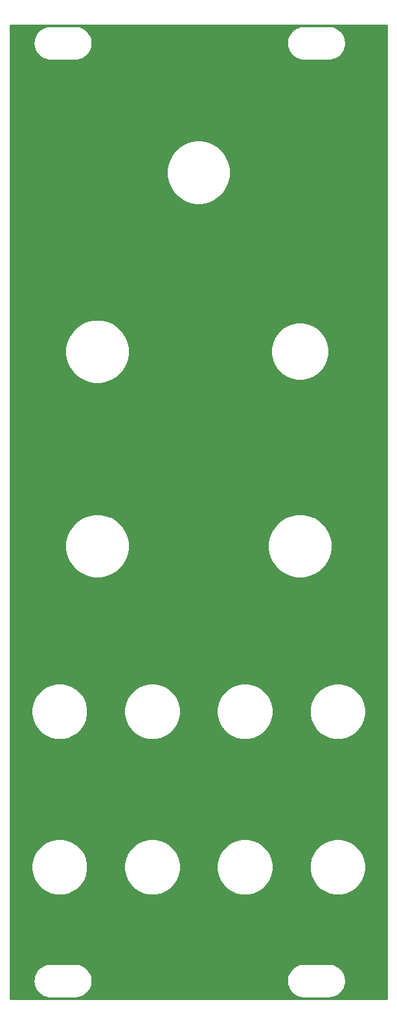
<source format=gbr>
G04 #@! TF.GenerationSoftware,KiCad,Pcbnew,(5.1.4-0-10_14)*
G04 #@! TF.CreationDate,2020-11-15T21:12:07-06:00*
G04 #@! TF.ProjectId,CEM3340_PANEL,43454d33-3334-4305-9f50-414e454c2e6b,rev?*
G04 #@! TF.SameCoordinates,Original*
G04 #@! TF.FileFunction,Copper,L2,Bot*
G04 #@! TF.FilePolarity,Positive*
%FSLAX46Y46*%
G04 Gerber Fmt 4.6, Leading zero omitted, Abs format (unit mm)*
G04 Created by KiCad (PCBNEW (5.1.4-0-10_14)) date 2020-11-15 21:12:07*
%MOMM*%
%LPD*%
G04 APERTURE LIST*
%ADD10C,0.254000*%
G04 APERTURE END LIST*
D10*
G36*
X104640001Y-156270000D02*
G01*
X55460000Y-156270000D01*
X55460000Y-153881353D01*
X58442755Y-153881353D01*
X58443173Y-153941171D01*
X58442755Y-154000988D01*
X58443655Y-154010160D01*
X58476296Y-154320715D01*
X58488320Y-154379291D01*
X58499532Y-154438070D01*
X58502196Y-154446892D01*
X58594535Y-154745192D01*
X58617715Y-154800335D01*
X58640124Y-154855800D01*
X58644451Y-154863937D01*
X58792972Y-155138621D01*
X58826417Y-155188205D01*
X58859177Y-155238268D01*
X58865001Y-155245409D01*
X59064047Y-155486013D01*
X59106482Y-155528154D01*
X59148346Y-155570903D01*
X59155446Y-155576777D01*
X59397435Y-155774138D01*
X59447259Y-155807241D01*
X59496615Y-155841036D01*
X59504721Y-155845419D01*
X59780435Y-155992019D01*
X59835704Y-156014799D01*
X59890724Y-156038381D01*
X59899527Y-156041105D01*
X60198465Y-156131359D01*
X60257138Y-156142976D01*
X60315655Y-156155415D01*
X60324820Y-156156378D01*
X60635594Y-156186850D01*
X60635598Y-156186850D01*
X60667581Y-156190000D01*
X63932419Y-156190000D01*
X63965986Y-156186694D01*
X63986744Y-156186694D01*
X63995909Y-156185731D01*
X64306228Y-156150923D01*
X64364731Y-156138487D01*
X64423419Y-156126867D01*
X64432222Y-156124142D01*
X64729870Y-156029723D01*
X64784792Y-156006183D01*
X64840159Y-155983363D01*
X64848265Y-155978979D01*
X65121904Y-155828544D01*
X65171217Y-155794779D01*
X65221088Y-155761645D01*
X65228188Y-155755770D01*
X65467397Y-155555049D01*
X65509241Y-155512320D01*
X65551694Y-155470162D01*
X65557519Y-155463020D01*
X65753185Y-155219660D01*
X65785938Y-155169608D01*
X65819391Y-155120013D01*
X65823714Y-155111881D01*
X65823717Y-155111877D01*
X65823719Y-155111873D01*
X65968388Y-154835146D01*
X65990785Y-154779711D01*
X66013978Y-154724539D01*
X66016641Y-154715717D01*
X66104807Y-154416156D01*
X66116007Y-154357440D01*
X66128045Y-154298798D01*
X66128944Y-154289627D01*
X66157245Y-153978647D01*
X66156827Y-153918829D01*
X66157088Y-153881353D01*
X91582755Y-153881353D01*
X91583173Y-153941171D01*
X91582755Y-154000988D01*
X91583655Y-154010160D01*
X91616296Y-154320715D01*
X91628320Y-154379291D01*
X91639532Y-154438070D01*
X91642196Y-154446892D01*
X91734535Y-154745192D01*
X91757715Y-154800335D01*
X91780124Y-154855800D01*
X91784451Y-154863937D01*
X91932972Y-155138621D01*
X91966417Y-155188205D01*
X91999177Y-155238268D01*
X92005001Y-155245409D01*
X92204047Y-155486013D01*
X92246482Y-155528154D01*
X92288346Y-155570903D01*
X92295446Y-155576777D01*
X92537435Y-155774138D01*
X92587259Y-155807241D01*
X92636615Y-155841036D01*
X92644721Y-155845419D01*
X92920435Y-155992019D01*
X92975704Y-156014799D01*
X93030724Y-156038381D01*
X93039527Y-156041105D01*
X93338465Y-156131359D01*
X93397138Y-156142976D01*
X93455655Y-156155415D01*
X93464820Y-156156378D01*
X93775594Y-156186850D01*
X93775598Y-156186850D01*
X93807581Y-156190000D01*
X97072419Y-156190000D01*
X97105986Y-156186694D01*
X97126744Y-156186694D01*
X97135909Y-156185731D01*
X97446228Y-156150923D01*
X97504731Y-156138487D01*
X97563419Y-156126867D01*
X97572222Y-156124142D01*
X97869870Y-156029723D01*
X97924792Y-156006183D01*
X97980159Y-155983363D01*
X97988265Y-155978979D01*
X98261904Y-155828544D01*
X98311217Y-155794779D01*
X98361088Y-155761645D01*
X98368188Y-155755770D01*
X98607397Y-155555049D01*
X98649241Y-155512320D01*
X98691694Y-155470162D01*
X98697519Y-155463020D01*
X98893185Y-155219660D01*
X98925938Y-155169608D01*
X98959391Y-155120013D01*
X98963714Y-155111881D01*
X98963717Y-155111877D01*
X98963719Y-155111873D01*
X99108388Y-154835146D01*
X99130785Y-154779711D01*
X99153978Y-154724539D01*
X99156641Y-154715717D01*
X99244807Y-154416156D01*
X99256007Y-154357440D01*
X99268045Y-154298798D01*
X99268944Y-154289627D01*
X99297245Y-153978647D01*
X99296827Y-153918829D01*
X99297245Y-153859012D01*
X99296345Y-153849841D01*
X99263704Y-153539285D01*
X99251680Y-153480709D01*
X99240468Y-153421930D01*
X99237804Y-153413108D01*
X99145465Y-153114808D01*
X99122280Y-153059653D01*
X99099876Y-153004200D01*
X99095549Y-152996064D01*
X99095549Y-152996063D01*
X99095546Y-152996059D01*
X98947028Y-152721379D01*
X98913583Y-152671795D01*
X98880823Y-152621732D01*
X98874999Y-152614591D01*
X98675954Y-152373987D01*
X98633535Y-152331863D01*
X98591655Y-152289097D01*
X98584554Y-152283223D01*
X98342565Y-152085862D01*
X98292741Y-152052759D01*
X98243385Y-152018964D01*
X98235279Y-152014581D01*
X97959566Y-151867981D01*
X97904269Y-151845189D01*
X97849275Y-151821619D01*
X97840472Y-151818895D01*
X97541535Y-151728641D01*
X97482862Y-151717024D01*
X97424345Y-151704585D01*
X97415180Y-151703622D01*
X97104405Y-151673150D01*
X97104402Y-151673150D01*
X97072419Y-151670000D01*
X93807581Y-151670000D01*
X93774014Y-151673306D01*
X93753256Y-151673306D01*
X93744091Y-151674269D01*
X93433771Y-151709077D01*
X93375298Y-151721506D01*
X93316581Y-151733132D01*
X93307778Y-151735858D01*
X93010130Y-151830277D01*
X92955147Y-151853843D01*
X92899841Y-151876638D01*
X92891735Y-151881021D01*
X92618095Y-152031456D01*
X92568748Y-152065245D01*
X92518913Y-152098355D01*
X92511812Y-152104229D01*
X92272603Y-152304951D01*
X92230759Y-152347681D01*
X92188305Y-152389839D01*
X92182481Y-152396980D01*
X91986814Y-152640340D01*
X91954055Y-152690400D01*
X91920609Y-152739986D01*
X91916283Y-152748123D01*
X91771612Y-153024854D01*
X91749215Y-153080289D01*
X91726022Y-153135461D01*
X91723359Y-153144283D01*
X91635193Y-153443844D01*
X91623993Y-153502560D01*
X91611955Y-153561202D01*
X91611056Y-153570373D01*
X91582755Y-153881353D01*
X66157088Y-153881353D01*
X66157245Y-153859012D01*
X66156345Y-153849841D01*
X66123704Y-153539285D01*
X66111680Y-153480709D01*
X66100468Y-153421930D01*
X66097804Y-153413108D01*
X66005465Y-153114808D01*
X65982280Y-153059653D01*
X65959876Y-153004200D01*
X65955549Y-152996064D01*
X65955549Y-152996063D01*
X65955546Y-152996059D01*
X65807028Y-152721379D01*
X65773583Y-152671795D01*
X65740823Y-152621732D01*
X65734999Y-152614591D01*
X65535954Y-152373987D01*
X65493535Y-152331863D01*
X65451655Y-152289097D01*
X65444554Y-152283223D01*
X65202565Y-152085862D01*
X65152741Y-152052759D01*
X65103385Y-152018964D01*
X65095279Y-152014581D01*
X64819566Y-151867981D01*
X64764269Y-151845189D01*
X64709275Y-151821619D01*
X64700472Y-151818895D01*
X64401535Y-151728641D01*
X64342862Y-151717024D01*
X64284345Y-151704585D01*
X64275180Y-151703622D01*
X63964405Y-151673150D01*
X63964402Y-151673150D01*
X63932419Y-151670000D01*
X60667581Y-151670000D01*
X60634014Y-151673306D01*
X60613256Y-151673306D01*
X60604091Y-151674269D01*
X60293771Y-151709077D01*
X60235298Y-151721506D01*
X60176581Y-151733132D01*
X60167778Y-151735858D01*
X59870130Y-151830277D01*
X59815147Y-151853843D01*
X59759841Y-151876638D01*
X59751735Y-151881021D01*
X59478095Y-152031456D01*
X59428748Y-152065245D01*
X59378913Y-152098355D01*
X59371812Y-152104229D01*
X59132603Y-152304951D01*
X59090759Y-152347681D01*
X59048305Y-152389839D01*
X59042481Y-152396980D01*
X58846814Y-152640340D01*
X58814055Y-152690400D01*
X58780609Y-152739986D01*
X58776283Y-152748123D01*
X58631612Y-153024854D01*
X58609215Y-153080289D01*
X58586022Y-153135461D01*
X58583359Y-153144283D01*
X58495193Y-153443844D01*
X58483993Y-153502560D01*
X58471955Y-153561202D01*
X58471056Y-153570373D01*
X58442755Y-153881353D01*
X55460000Y-153881353D01*
X55460000Y-138695866D01*
X58172889Y-138695866D01*
X58172889Y-139424134D01*
X58314967Y-140138408D01*
X58593663Y-140811239D01*
X58998266Y-141416771D01*
X59513229Y-141931734D01*
X60118761Y-142336337D01*
X60791592Y-142615033D01*
X61505866Y-142757111D01*
X62234134Y-142757111D01*
X62948408Y-142615033D01*
X63621239Y-142336337D01*
X64226771Y-141931734D01*
X64741734Y-141416771D01*
X65146337Y-140811239D01*
X65425033Y-140138408D01*
X65567111Y-139424134D01*
X65567111Y-138695866D01*
X70292889Y-138695866D01*
X70292889Y-139424134D01*
X70434967Y-140138408D01*
X70713663Y-140811239D01*
X71118266Y-141416771D01*
X71633229Y-141931734D01*
X72238761Y-142336337D01*
X72911592Y-142615033D01*
X73625866Y-142757111D01*
X74354134Y-142757111D01*
X75068408Y-142615033D01*
X75741239Y-142336337D01*
X76346771Y-141931734D01*
X76861734Y-141416771D01*
X77266337Y-140811239D01*
X77545033Y-140138408D01*
X77687111Y-139424134D01*
X77687111Y-138695866D01*
X82412889Y-138695866D01*
X82412889Y-139424134D01*
X82554967Y-140138408D01*
X82833663Y-140811239D01*
X83238266Y-141416771D01*
X83753229Y-141931734D01*
X84358761Y-142336337D01*
X85031592Y-142615033D01*
X85745866Y-142757111D01*
X86474134Y-142757111D01*
X87188408Y-142615033D01*
X87861239Y-142336337D01*
X88466771Y-141931734D01*
X88981734Y-141416771D01*
X89386337Y-140811239D01*
X89665033Y-140138408D01*
X89807111Y-139424134D01*
X89807111Y-138695866D01*
X94532889Y-138695866D01*
X94532889Y-139424134D01*
X94674967Y-140138408D01*
X94953663Y-140811239D01*
X95358266Y-141416771D01*
X95873229Y-141931734D01*
X96478761Y-142336337D01*
X97151592Y-142615033D01*
X97865866Y-142757111D01*
X98594134Y-142757111D01*
X99308408Y-142615033D01*
X99981239Y-142336337D01*
X100586771Y-141931734D01*
X101101734Y-141416771D01*
X101506337Y-140811239D01*
X101785033Y-140138408D01*
X101927111Y-139424134D01*
X101927111Y-138695866D01*
X101785033Y-137981592D01*
X101506337Y-137308761D01*
X101101734Y-136703229D01*
X100586771Y-136188266D01*
X99981239Y-135783663D01*
X99308408Y-135504967D01*
X98594134Y-135362889D01*
X97865866Y-135362889D01*
X97151592Y-135504967D01*
X96478761Y-135783663D01*
X95873229Y-136188266D01*
X95358266Y-136703229D01*
X94953663Y-137308761D01*
X94674967Y-137981592D01*
X94532889Y-138695866D01*
X89807111Y-138695866D01*
X89665033Y-137981592D01*
X89386337Y-137308761D01*
X88981734Y-136703229D01*
X88466771Y-136188266D01*
X87861239Y-135783663D01*
X87188408Y-135504967D01*
X86474134Y-135362889D01*
X85745866Y-135362889D01*
X85031592Y-135504967D01*
X84358761Y-135783663D01*
X83753229Y-136188266D01*
X83238266Y-136703229D01*
X82833663Y-137308761D01*
X82554967Y-137981592D01*
X82412889Y-138695866D01*
X77687111Y-138695866D01*
X77545033Y-137981592D01*
X77266337Y-137308761D01*
X76861734Y-136703229D01*
X76346771Y-136188266D01*
X75741239Y-135783663D01*
X75068408Y-135504967D01*
X74354134Y-135362889D01*
X73625866Y-135362889D01*
X72911592Y-135504967D01*
X72238761Y-135783663D01*
X71633229Y-136188266D01*
X71118266Y-136703229D01*
X70713663Y-137308761D01*
X70434967Y-137981592D01*
X70292889Y-138695866D01*
X65567111Y-138695866D01*
X65425033Y-137981592D01*
X65146337Y-137308761D01*
X64741734Y-136703229D01*
X64226771Y-136188266D01*
X63621239Y-135783663D01*
X62948408Y-135504967D01*
X62234134Y-135362889D01*
X61505866Y-135362889D01*
X60791592Y-135504967D01*
X60118761Y-135783663D01*
X59513229Y-136188266D01*
X58998266Y-136703229D01*
X58593663Y-137308761D01*
X58314967Y-137981592D01*
X58172889Y-138695866D01*
X55460000Y-138695866D01*
X55460000Y-118375866D01*
X58172889Y-118375866D01*
X58172889Y-119104134D01*
X58314967Y-119818408D01*
X58593663Y-120491239D01*
X58998266Y-121096771D01*
X59513229Y-121611734D01*
X60118761Y-122016337D01*
X60791592Y-122295033D01*
X61505866Y-122437111D01*
X62234134Y-122437111D01*
X62948408Y-122295033D01*
X63621239Y-122016337D01*
X64226771Y-121611734D01*
X64741734Y-121096771D01*
X65146337Y-120491239D01*
X65425033Y-119818408D01*
X65567111Y-119104134D01*
X65567111Y-118375866D01*
X70292889Y-118375866D01*
X70292889Y-119104134D01*
X70434967Y-119818408D01*
X70713663Y-120491239D01*
X71118266Y-121096771D01*
X71633229Y-121611734D01*
X72238761Y-122016337D01*
X72911592Y-122295033D01*
X73625866Y-122437111D01*
X74354134Y-122437111D01*
X75068408Y-122295033D01*
X75741239Y-122016337D01*
X76346771Y-121611734D01*
X76861734Y-121096771D01*
X77266337Y-120491239D01*
X77545033Y-119818408D01*
X77687111Y-119104134D01*
X77687111Y-118375866D01*
X82412889Y-118375866D01*
X82412889Y-119104134D01*
X82554967Y-119818408D01*
X82833663Y-120491239D01*
X83238266Y-121096771D01*
X83753229Y-121611734D01*
X84358761Y-122016337D01*
X85031592Y-122295033D01*
X85745866Y-122437111D01*
X86474134Y-122437111D01*
X87188408Y-122295033D01*
X87861239Y-122016337D01*
X88466771Y-121611734D01*
X88981734Y-121096771D01*
X89386337Y-120491239D01*
X89665033Y-119818408D01*
X89807111Y-119104134D01*
X89807111Y-118375866D01*
X94532889Y-118375866D01*
X94532889Y-119104134D01*
X94674967Y-119818408D01*
X94953663Y-120491239D01*
X95358266Y-121096771D01*
X95873229Y-121611734D01*
X96478761Y-122016337D01*
X97151592Y-122295033D01*
X97865866Y-122437111D01*
X98594134Y-122437111D01*
X99308408Y-122295033D01*
X99981239Y-122016337D01*
X100586771Y-121611734D01*
X101101734Y-121096771D01*
X101506337Y-120491239D01*
X101785033Y-119818408D01*
X101927111Y-119104134D01*
X101927111Y-118375866D01*
X101785033Y-117661592D01*
X101506337Y-116988761D01*
X101101734Y-116383229D01*
X100586771Y-115868266D01*
X99981239Y-115463663D01*
X99308408Y-115184967D01*
X98594134Y-115042889D01*
X97865866Y-115042889D01*
X97151592Y-115184967D01*
X96478761Y-115463663D01*
X95873229Y-115868266D01*
X95358266Y-116383229D01*
X94953663Y-116988761D01*
X94674967Y-117661592D01*
X94532889Y-118375866D01*
X89807111Y-118375866D01*
X89665033Y-117661592D01*
X89386337Y-116988761D01*
X88981734Y-116383229D01*
X88466771Y-115868266D01*
X87861239Y-115463663D01*
X87188408Y-115184967D01*
X86474134Y-115042889D01*
X85745866Y-115042889D01*
X85031592Y-115184967D01*
X84358761Y-115463663D01*
X83753229Y-115868266D01*
X83238266Y-116383229D01*
X82833663Y-116988761D01*
X82554967Y-117661592D01*
X82412889Y-118375866D01*
X77687111Y-118375866D01*
X77545033Y-117661592D01*
X77266337Y-116988761D01*
X76861734Y-116383229D01*
X76346771Y-115868266D01*
X75741239Y-115463663D01*
X75068408Y-115184967D01*
X74354134Y-115042889D01*
X73625866Y-115042889D01*
X72911592Y-115184967D01*
X72238761Y-115463663D01*
X71633229Y-115868266D01*
X71118266Y-116383229D01*
X70713663Y-116988761D01*
X70434967Y-117661592D01*
X70292889Y-118375866D01*
X65567111Y-118375866D01*
X65425033Y-117661592D01*
X65146337Y-116988761D01*
X64741734Y-116383229D01*
X64226771Y-115868266D01*
X63621239Y-115463663D01*
X62948408Y-115184967D01*
X62234134Y-115042889D01*
X61505866Y-115042889D01*
X60791592Y-115184967D01*
X60118761Y-115463663D01*
X59513229Y-115868266D01*
X58998266Y-116383229D01*
X58593663Y-116988761D01*
X58314967Y-117661592D01*
X58172889Y-118375866D01*
X55460000Y-118375866D01*
X55460000Y-96716858D01*
X62605296Y-96716858D01*
X62605296Y-97543142D01*
X62766496Y-98353550D01*
X63082702Y-99116937D01*
X63541761Y-99803968D01*
X64126032Y-100388239D01*
X64813063Y-100847298D01*
X65576450Y-101163504D01*
X66386858Y-101324704D01*
X67213142Y-101324704D01*
X68023550Y-101163504D01*
X68786937Y-100847298D01*
X69473968Y-100388239D01*
X70058239Y-99803968D01*
X70517298Y-99116937D01*
X70833504Y-98353550D01*
X70994704Y-97543142D01*
X70994704Y-96716858D01*
X89105296Y-96716858D01*
X89105296Y-97543142D01*
X89266496Y-98353550D01*
X89582702Y-99116937D01*
X90041761Y-99803968D01*
X90626032Y-100388239D01*
X91313063Y-100847298D01*
X92076450Y-101163504D01*
X92886858Y-101324704D01*
X93713142Y-101324704D01*
X94523550Y-101163504D01*
X95286937Y-100847298D01*
X95973968Y-100388239D01*
X96558239Y-99803968D01*
X97017298Y-99116937D01*
X97333504Y-98353550D01*
X97494704Y-97543142D01*
X97494704Y-96716858D01*
X97333504Y-95906450D01*
X97017298Y-95143063D01*
X96558239Y-94456032D01*
X95973968Y-93871761D01*
X95286937Y-93412702D01*
X94523550Y-93096496D01*
X93713142Y-92935296D01*
X92886858Y-92935296D01*
X92076450Y-93096496D01*
X91313063Y-93412702D01*
X90626032Y-93871761D01*
X90041761Y-94456032D01*
X89582702Y-95143063D01*
X89266496Y-95906450D01*
X89105296Y-96716858D01*
X70994704Y-96716858D01*
X70833504Y-95906450D01*
X70517298Y-95143063D01*
X70058239Y-94456032D01*
X69473968Y-93871761D01*
X68786937Y-93412702D01*
X68023550Y-93096496D01*
X67213142Y-92935296D01*
X66386858Y-92935296D01*
X65576450Y-93096496D01*
X64813063Y-93412702D01*
X64126032Y-93871761D01*
X63541761Y-94456032D01*
X63082702Y-95143063D01*
X62766496Y-95906450D01*
X62605296Y-96716858D01*
X55460000Y-96716858D01*
X55460000Y-71296858D01*
X62605296Y-71296858D01*
X62605296Y-72123142D01*
X62766496Y-72933550D01*
X63082702Y-73696937D01*
X63541761Y-74383968D01*
X64126032Y-74968239D01*
X64813063Y-75427298D01*
X65576450Y-75743504D01*
X66386858Y-75904704D01*
X67213142Y-75904704D01*
X68023550Y-75743504D01*
X68786937Y-75427298D01*
X69473968Y-74968239D01*
X70058239Y-74383968D01*
X70517298Y-73696937D01*
X70833504Y-72933550D01*
X70994704Y-72123142D01*
X70994704Y-71336065D01*
X89503370Y-71336065D01*
X89503370Y-72083935D01*
X89649273Y-72817436D01*
X89935470Y-73508379D01*
X90350965Y-74130210D01*
X90879790Y-74659035D01*
X91501621Y-75074530D01*
X92192564Y-75360727D01*
X92926065Y-75506630D01*
X93673935Y-75506630D01*
X94407436Y-75360727D01*
X95098379Y-75074530D01*
X95720210Y-74659035D01*
X96249035Y-74130210D01*
X96664530Y-73508379D01*
X96950727Y-72817436D01*
X97096630Y-72083935D01*
X97096630Y-71336065D01*
X96950727Y-70602564D01*
X96664530Y-69911621D01*
X96249035Y-69289790D01*
X95720210Y-68760965D01*
X95098379Y-68345470D01*
X94407436Y-68059273D01*
X93673935Y-67913370D01*
X92926065Y-67913370D01*
X92192564Y-68059273D01*
X91501621Y-68345470D01*
X90879790Y-68760965D01*
X90350965Y-69289790D01*
X89935470Y-69911621D01*
X89649273Y-70602564D01*
X89503370Y-71336065D01*
X70994704Y-71336065D01*
X70994704Y-71296858D01*
X70833504Y-70486450D01*
X70517298Y-69723063D01*
X70058239Y-69036032D01*
X69473968Y-68451761D01*
X68786937Y-67992702D01*
X68023550Y-67676496D01*
X67213142Y-67515296D01*
X66386858Y-67515296D01*
X65576450Y-67676496D01*
X64813063Y-67992702D01*
X64126032Y-68451761D01*
X63541761Y-69036032D01*
X63082702Y-69723063D01*
X62766496Y-70486450D01*
X62605296Y-71296858D01*
X55460000Y-71296858D01*
X55460000Y-47916858D01*
X75855296Y-47916858D01*
X75855296Y-48743142D01*
X76016496Y-49553550D01*
X76332702Y-50316937D01*
X76791761Y-51003968D01*
X77376032Y-51588239D01*
X78063063Y-52047298D01*
X78826450Y-52363504D01*
X79636858Y-52524704D01*
X80463142Y-52524704D01*
X81273550Y-52363504D01*
X82036937Y-52047298D01*
X82723968Y-51588239D01*
X83308239Y-51003968D01*
X83767298Y-50316937D01*
X84083504Y-49553550D01*
X84244704Y-48743142D01*
X84244704Y-47916858D01*
X84083504Y-47106450D01*
X83767298Y-46343063D01*
X83308239Y-45656032D01*
X82723968Y-45071761D01*
X82036937Y-44612702D01*
X81273550Y-44296496D01*
X80463142Y-44135296D01*
X79636858Y-44135296D01*
X78826450Y-44296496D01*
X78063063Y-44612702D01*
X77376032Y-45071761D01*
X76791761Y-45656032D01*
X76332702Y-46343063D01*
X76016496Y-47106450D01*
X75855296Y-47916858D01*
X55460000Y-47916858D01*
X55460000Y-31381353D01*
X58442755Y-31381353D01*
X58443173Y-31441171D01*
X58442755Y-31500988D01*
X58443655Y-31510160D01*
X58476296Y-31820715D01*
X58488320Y-31879291D01*
X58499532Y-31938070D01*
X58502196Y-31946892D01*
X58594535Y-32245192D01*
X58617715Y-32300335D01*
X58640124Y-32355800D01*
X58644451Y-32363937D01*
X58792972Y-32638621D01*
X58826417Y-32688205D01*
X58859177Y-32738268D01*
X58865001Y-32745409D01*
X59064047Y-32986013D01*
X59106482Y-33028154D01*
X59148346Y-33070903D01*
X59155446Y-33076777D01*
X59397435Y-33274138D01*
X59447259Y-33307241D01*
X59496615Y-33341036D01*
X59504721Y-33345419D01*
X59780435Y-33492019D01*
X59835704Y-33514799D01*
X59890724Y-33538381D01*
X59899527Y-33541105D01*
X60198465Y-33631359D01*
X60257138Y-33642976D01*
X60315655Y-33655415D01*
X60324820Y-33656378D01*
X60635594Y-33686850D01*
X60635598Y-33686850D01*
X60667581Y-33690000D01*
X63932419Y-33690000D01*
X63965986Y-33686694D01*
X63986744Y-33686694D01*
X63995909Y-33685731D01*
X64306228Y-33650923D01*
X64364731Y-33638487D01*
X64423419Y-33626867D01*
X64432222Y-33624142D01*
X64729870Y-33529723D01*
X64784792Y-33506183D01*
X64840159Y-33483363D01*
X64848265Y-33478979D01*
X65121904Y-33328544D01*
X65171217Y-33294779D01*
X65221088Y-33261645D01*
X65228188Y-33255770D01*
X65467397Y-33055049D01*
X65509241Y-33012320D01*
X65551694Y-32970162D01*
X65557519Y-32963020D01*
X65753185Y-32719660D01*
X65785938Y-32669608D01*
X65819391Y-32620013D01*
X65823714Y-32611881D01*
X65823717Y-32611877D01*
X65823719Y-32611873D01*
X65968388Y-32335146D01*
X65990785Y-32279711D01*
X66013978Y-32224539D01*
X66016641Y-32215717D01*
X66104807Y-31916156D01*
X66116007Y-31857440D01*
X66128045Y-31798798D01*
X66128944Y-31789627D01*
X66157245Y-31478647D01*
X66156827Y-31418829D01*
X66157088Y-31381353D01*
X91582755Y-31381353D01*
X91583173Y-31441171D01*
X91582755Y-31500988D01*
X91583655Y-31510160D01*
X91616296Y-31820715D01*
X91628320Y-31879291D01*
X91639532Y-31938070D01*
X91642196Y-31946892D01*
X91734535Y-32245192D01*
X91757715Y-32300335D01*
X91780124Y-32355800D01*
X91784451Y-32363937D01*
X91932972Y-32638621D01*
X91966417Y-32688205D01*
X91999177Y-32738268D01*
X92005001Y-32745409D01*
X92204047Y-32986013D01*
X92246482Y-33028154D01*
X92288346Y-33070903D01*
X92295446Y-33076777D01*
X92537435Y-33274138D01*
X92587259Y-33307241D01*
X92636615Y-33341036D01*
X92644721Y-33345419D01*
X92920435Y-33492019D01*
X92975704Y-33514799D01*
X93030724Y-33538381D01*
X93039527Y-33541105D01*
X93338465Y-33631359D01*
X93397138Y-33642976D01*
X93455655Y-33655415D01*
X93464820Y-33656378D01*
X93775594Y-33686850D01*
X93775598Y-33686850D01*
X93807581Y-33690000D01*
X97072419Y-33690000D01*
X97105986Y-33686694D01*
X97126744Y-33686694D01*
X97135909Y-33685731D01*
X97446228Y-33650923D01*
X97504731Y-33638487D01*
X97563419Y-33626867D01*
X97572222Y-33624142D01*
X97869870Y-33529723D01*
X97924792Y-33506183D01*
X97980159Y-33483363D01*
X97988265Y-33478979D01*
X98261904Y-33328544D01*
X98311217Y-33294779D01*
X98361088Y-33261645D01*
X98368188Y-33255770D01*
X98607397Y-33055049D01*
X98649241Y-33012320D01*
X98691694Y-32970162D01*
X98697519Y-32963020D01*
X98893185Y-32719660D01*
X98925938Y-32669608D01*
X98959391Y-32620013D01*
X98963714Y-32611881D01*
X98963717Y-32611877D01*
X98963719Y-32611873D01*
X99108388Y-32335146D01*
X99130785Y-32279711D01*
X99153978Y-32224539D01*
X99156641Y-32215717D01*
X99244807Y-31916156D01*
X99256007Y-31857440D01*
X99268045Y-31798798D01*
X99268944Y-31789627D01*
X99297245Y-31478647D01*
X99296827Y-31418830D01*
X99297245Y-31359012D01*
X99296345Y-31349841D01*
X99263704Y-31039285D01*
X99251680Y-30980709D01*
X99240468Y-30921930D01*
X99237804Y-30913108D01*
X99145465Y-30614808D01*
X99122280Y-30559653D01*
X99099876Y-30504200D01*
X99095549Y-30496064D01*
X99095549Y-30496063D01*
X99095546Y-30496059D01*
X98947028Y-30221379D01*
X98913583Y-30171795D01*
X98880823Y-30121732D01*
X98874999Y-30114591D01*
X98675954Y-29873987D01*
X98633535Y-29831863D01*
X98591655Y-29789097D01*
X98584554Y-29783223D01*
X98342565Y-29585862D01*
X98292741Y-29552759D01*
X98243385Y-29518964D01*
X98235279Y-29514581D01*
X97959566Y-29367981D01*
X97904269Y-29345189D01*
X97849275Y-29321619D01*
X97840472Y-29318895D01*
X97541535Y-29228641D01*
X97482862Y-29217024D01*
X97424345Y-29204585D01*
X97415180Y-29203622D01*
X97104405Y-29173150D01*
X97104402Y-29173150D01*
X97072419Y-29170000D01*
X93807581Y-29170000D01*
X93774014Y-29173306D01*
X93753256Y-29173306D01*
X93744091Y-29174269D01*
X93433771Y-29209077D01*
X93375298Y-29221506D01*
X93316581Y-29233132D01*
X93307778Y-29235858D01*
X93010130Y-29330277D01*
X92955147Y-29353843D01*
X92899841Y-29376638D01*
X92891735Y-29381021D01*
X92618095Y-29531456D01*
X92568748Y-29565245D01*
X92518913Y-29598355D01*
X92511812Y-29604229D01*
X92272603Y-29804951D01*
X92230759Y-29847681D01*
X92188305Y-29889839D01*
X92182481Y-29896980D01*
X91986814Y-30140340D01*
X91954055Y-30190400D01*
X91920609Y-30239986D01*
X91916283Y-30248123D01*
X91771612Y-30524854D01*
X91749215Y-30580289D01*
X91726022Y-30635461D01*
X91723359Y-30644283D01*
X91635193Y-30943844D01*
X91623993Y-31002560D01*
X91611955Y-31061202D01*
X91611056Y-31070373D01*
X91582755Y-31381353D01*
X66157088Y-31381353D01*
X66157245Y-31359012D01*
X66156345Y-31349841D01*
X66123704Y-31039285D01*
X66111680Y-30980709D01*
X66100468Y-30921930D01*
X66097804Y-30913108D01*
X66005465Y-30614808D01*
X65982280Y-30559653D01*
X65959876Y-30504200D01*
X65955549Y-30496064D01*
X65955549Y-30496063D01*
X65955546Y-30496059D01*
X65807028Y-30221379D01*
X65773583Y-30171795D01*
X65740823Y-30121732D01*
X65734999Y-30114591D01*
X65535954Y-29873987D01*
X65493535Y-29831863D01*
X65451655Y-29789097D01*
X65444554Y-29783223D01*
X65202565Y-29585862D01*
X65152741Y-29552759D01*
X65103385Y-29518964D01*
X65095279Y-29514581D01*
X64819566Y-29367981D01*
X64764269Y-29345189D01*
X64709275Y-29321619D01*
X64700472Y-29318895D01*
X64401535Y-29228641D01*
X64342862Y-29217024D01*
X64284345Y-29204585D01*
X64275180Y-29203622D01*
X63964405Y-29173150D01*
X63964402Y-29173150D01*
X63932419Y-29170000D01*
X60667581Y-29170000D01*
X60634014Y-29173306D01*
X60613256Y-29173306D01*
X60604091Y-29174269D01*
X60293771Y-29209077D01*
X60235298Y-29221506D01*
X60176581Y-29233132D01*
X60167778Y-29235858D01*
X59870130Y-29330277D01*
X59815147Y-29353843D01*
X59759841Y-29376638D01*
X59751735Y-29381021D01*
X59478095Y-29531456D01*
X59428748Y-29565245D01*
X59378913Y-29598355D01*
X59371812Y-29604229D01*
X59132603Y-29804951D01*
X59090759Y-29847681D01*
X59048305Y-29889839D01*
X59042481Y-29896980D01*
X58846814Y-30140340D01*
X58814055Y-30190400D01*
X58780609Y-30239986D01*
X58776283Y-30248123D01*
X58631612Y-30524854D01*
X58609215Y-30580289D01*
X58586022Y-30635461D01*
X58583359Y-30644283D01*
X58495193Y-30943844D01*
X58483993Y-31002560D01*
X58471955Y-31061202D01*
X58471056Y-31070373D01*
X58442755Y-31381353D01*
X55460000Y-31381353D01*
X55460000Y-29090000D01*
X104640000Y-29090000D01*
X104640001Y-156270000D01*
X104640001Y-156270000D01*
G37*
X104640001Y-156270000D02*
X55460000Y-156270000D01*
X55460000Y-153881353D01*
X58442755Y-153881353D01*
X58443173Y-153941171D01*
X58442755Y-154000988D01*
X58443655Y-154010160D01*
X58476296Y-154320715D01*
X58488320Y-154379291D01*
X58499532Y-154438070D01*
X58502196Y-154446892D01*
X58594535Y-154745192D01*
X58617715Y-154800335D01*
X58640124Y-154855800D01*
X58644451Y-154863937D01*
X58792972Y-155138621D01*
X58826417Y-155188205D01*
X58859177Y-155238268D01*
X58865001Y-155245409D01*
X59064047Y-155486013D01*
X59106482Y-155528154D01*
X59148346Y-155570903D01*
X59155446Y-155576777D01*
X59397435Y-155774138D01*
X59447259Y-155807241D01*
X59496615Y-155841036D01*
X59504721Y-155845419D01*
X59780435Y-155992019D01*
X59835704Y-156014799D01*
X59890724Y-156038381D01*
X59899527Y-156041105D01*
X60198465Y-156131359D01*
X60257138Y-156142976D01*
X60315655Y-156155415D01*
X60324820Y-156156378D01*
X60635594Y-156186850D01*
X60635598Y-156186850D01*
X60667581Y-156190000D01*
X63932419Y-156190000D01*
X63965986Y-156186694D01*
X63986744Y-156186694D01*
X63995909Y-156185731D01*
X64306228Y-156150923D01*
X64364731Y-156138487D01*
X64423419Y-156126867D01*
X64432222Y-156124142D01*
X64729870Y-156029723D01*
X64784792Y-156006183D01*
X64840159Y-155983363D01*
X64848265Y-155978979D01*
X65121904Y-155828544D01*
X65171217Y-155794779D01*
X65221088Y-155761645D01*
X65228188Y-155755770D01*
X65467397Y-155555049D01*
X65509241Y-155512320D01*
X65551694Y-155470162D01*
X65557519Y-155463020D01*
X65753185Y-155219660D01*
X65785938Y-155169608D01*
X65819391Y-155120013D01*
X65823714Y-155111881D01*
X65823717Y-155111877D01*
X65823719Y-155111873D01*
X65968388Y-154835146D01*
X65990785Y-154779711D01*
X66013978Y-154724539D01*
X66016641Y-154715717D01*
X66104807Y-154416156D01*
X66116007Y-154357440D01*
X66128045Y-154298798D01*
X66128944Y-154289627D01*
X66157245Y-153978647D01*
X66156827Y-153918829D01*
X66157088Y-153881353D01*
X91582755Y-153881353D01*
X91583173Y-153941171D01*
X91582755Y-154000988D01*
X91583655Y-154010160D01*
X91616296Y-154320715D01*
X91628320Y-154379291D01*
X91639532Y-154438070D01*
X91642196Y-154446892D01*
X91734535Y-154745192D01*
X91757715Y-154800335D01*
X91780124Y-154855800D01*
X91784451Y-154863937D01*
X91932972Y-155138621D01*
X91966417Y-155188205D01*
X91999177Y-155238268D01*
X92005001Y-155245409D01*
X92204047Y-155486013D01*
X92246482Y-155528154D01*
X92288346Y-155570903D01*
X92295446Y-155576777D01*
X92537435Y-155774138D01*
X92587259Y-155807241D01*
X92636615Y-155841036D01*
X92644721Y-155845419D01*
X92920435Y-155992019D01*
X92975704Y-156014799D01*
X93030724Y-156038381D01*
X93039527Y-156041105D01*
X93338465Y-156131359D01*
X93397138Y-156142976D01*
X93455655Y-156155415D01*
X93464820Y-156156378D01*
X93775594Y-156186850D01*
X93775598Y-156186850D01*
X93807581Y-156190000D01*
X97072419Y-156190000D01*
X97105986Y-156186694D01*
X97126744Y-156186694D01*
X97135909Y-156185731D01*
X97446228Y-156150923D01*
X97504731Y-156138487D01*
X97563419Y-156126867D01*
X97572222Y-156124142D01*
X97869870Y-156029723D01*
X97924792Y-156006183D01*
X97980159Y-155983363D01*
X97988265Y-155978979D01*
X98261904Y-155828544D01*
X98311217Y-155794779D01*
X98361088Y-155761645D01*
X98368188Y-155755770D01*
X98607397Y-155555049D01*
X98649241Y-155512320D01*
X98691694Y-155470162D01*
X98697519Y-155463020D01*
X98893185Y-155219660D01*
X98925938Y-155169608D01*
X98959391Y-155120013D01*
X98963714Y-155111881D01*
X98963717Y-155111877D01*
X98963719Y-155111873D01*
X99108388Y-154835146D01*
X99130785Y-154779711D01*
X99153978Y-154724539D01*
X99156641Y-154715717D01*
X99244807Y-154416156D01*
X99256007Y-154357440D01*
X99268045Y-154298798D01*
X99268944Y-154289627D01*
X99297245Y-153978647D01*
X99296827Y-153918829D01*
X99297245Y-153859012D01*
X99296345Y-153849841D01*
X99263704Y-153539285D01*
X99251680Y-153480709D01*
X99240468Y-153421930D01*
X99237804Y-153413108D01*
X99145465Y-153114808D01*
X99122280Y-153059653D01*
X99099876Y-153004200D01*
X99095549Y-152996064D01*
X99095549Y-152996063D01*
X99095546Y-152996059D01*
X98947028Y-152721379D01*
X98913583Y-152671795D01*
X98880823Y-152621732D01*
X98874999Y-152614591D01*
X98675954Y-152373987D01*
X98633535Y-152331863D01*
X98591655Y-152289097D01*
X98584554Y-152283223D01*
X98342565Y-152085862D01*
X98292741Y-152052759D01*
X98243385Y-152018964D01*
X98235279Y-152014581D01*
X97959566Y-151867981D01*
X97904269Y-151845189D01*
X97849275Y-151821619D01*
X97840472Y-151818895D01*
X97541535Y-151728641D01*
X97482862Y-151717024D01*
X97424345Y-151704585D01*
X97415180Y-151703622D01*
X97104405Y-151673150D01*
X97104402Y-151673150D01*
X97072419Y-151670000D01*
X93807581Y-151670000D01*
X93774014Y-151673306D01*
X93753256Y-151673306D01*
X93744091Y-151674269D01*
X93433771Y-151709077D01*
X93375298Y-151721506D01*
X93316581Y-151733132D01*
X93307778Y-151735858D01*
X93010130Y-151830277D01*
X92955147Y-151853843D01*
X92899841Y-151876638D01*
X92891735Y-151881021D01*
X92618095Y-152031456D01*
X92568748Y-152065245D01*
X92518913Y-152098355D01*
X92511812Y-152104229D01*
X92272603Y-152304951D01*
X92230759Y-152347681D01*
X92188305Y-152389839D01*
X92182481Y-152396980D01*
X91986814Y-152640340D01*
X91954055Y-152690400D01*
X91920609Y-152739986D01*
X91916283Y-152748123D01*
X91771612Y-153024854D01*
X91749215Y-153080289D01*
X91726022Y-153135461D01*
X91723359Y-153144283D01*
X91635193Y-153443844D01*
X91623993Y-153502560D01*
X91611955Y-153561202D01*
X91611056Y-153570373D01*
X91582755Y-153881353D01*
X66157088Y-153881353D01*
X66157245Y-153859012D01*
X66156345Y-153849841D01*
X66123704Y-153539285D01*
X66111680Y-153480709D01*
X66100468Y-153421930D01*
X66097804Y-153413108D01*
X66005465Y-153114808D01*
X65982280Y-153059653D01*
X65959876Y-153004200D01*
X65955549Y-152996064D01*
X65955549Y-152996063D01*
X65955546Y-152996059D01*
X65807028Y-152721379D01*
X65773583Y-152671795D01*
X65740823Y-152621732D01*
X65734999Y-152614591D01*
X65535954Y-152373987D01*
X65493535Y-152331863D01*
X65451655Y-152289097D01*
X65444554Y-152283223D01*
X65202565Y-152085862D01*
X65152741Y-152052759D01*
X65103385Y-152018964D01*
X65095279Y-152014581D01*
X64819566Y-151867981D01*
X64764269Y-151845189D01*
X64709275Y-151821619D01*
X64700472Y-151818895D01*
X64401535Y-151728641D01*
X64342862Y-151717024D01*
X64284345Y-151704585D01*
X64275180Y-151703622D01*
X63964405Y-151673150D01*
X63964402Y-151673150D01*
X63932419Y-151670000D01*
X60667581Y-151670000D01*
X60634014Y-151673306D01*
X60613256Y-151673306D01*
X60604091Y-151674269D01*
X60293771Y-151709077D01*
X60235298Y-151721506D01*
X60176581Y-151733132D01*
X60167778Y-151735858D01*
X59870130Y-151830277D01*
X59815147Y-151853843D01*
X59759841Y-151876638D01*
X59751735Y-151881021D01*
X59478095Y-152031456D01*
X59428748Y-152065245D01*
X59378913Y-152098355D01*
X59371812Y-152104229D01*
X59132603Y-152304951D01*
X59090759Y-152347681D01*
X59048305Y-152389839D01*
X59042481Y-152396980D01*
X58846814Y-152640340D01*
X58814055Y-152690400D01*
X58780609Y-152739986D01*
X58776283Y-152748123D01*
X58631612Y-153024854D01*
X58609215Y-153080289D01*
X58586022Y-153135461D01*
X58583359Y-153144283D01*
X58495193Y-153443844D01*
X58483993Y-153502560D01*
X58471955Y-153561202D01*
X58471056Y-153570373D01*
X58442755Y-153881353D01*
X55460000Y-153881353D01*
X55460000Y-138695866D01*
X58172889Y-138695866D01*
X58172889Y-139424134D01*
X58314967Y-140138408D01*
X58593663Y-140811239D01*
X58998266Y-141416771D01*
X59513229Y-141931734D01*
X60118761Y-142336337D01*
X60791592Y-142615033D01*
X61505866Y-142757111D01*
X62234134Y-142757111D01*
X62948408Y-142615033D01*
X63621239Y-142336337D01*
X64226771Y-141931734D01*
X64741734Y-141416771D01*
X65146337Y-140811239D01*
X65425033Y-140138408D01*
X65567111Y-139424134D01*
X65567111Y-138695866D01*
X70292889Y-138695866D01*
X70292889Y-139424134D01*
X70434967Y-140138408D01*
X70713663Y-140811239D01*
X71118266Y-141416771D01*
X71633229Y-141931734D01*
X72238761Y-142336337D01*
X72911592Y-142615033D01*
X73625866Y-142757111D01*
X74354134Y-142757111D01*
X75068408Y-142615033D01*
X75741239Y-142336337D01*
X76346771Y-141931734D01*
X76861734Y-141416771D01*
X77266337Y-140811239D01*
X77545033Y-140138408D01*
X77687111Y-139424134D01*
X77687111Y-138695866D01*
X82412889Y-138695866D01*
X82412889Y-139424134D01*
X82554967Y-140138408D01*
X82833663Y-140811239D01*
X83238266Y-141416771D01*
X83753229Y-141931734D01*
X84358761Y-142336337D01*
X85031592Y-142615033D01*
X85745866Y-142757111D01*
X86474134Y-142757111D01*
X87188408Y-142615033D01*
X87861239Y-142336337D01*
X88466771Y-141931734D01*
X88981734Y-141416771D01*
X89386337Y-140811239D01*
X89665033Y-140138408D01*
X89807111Y-139424134D01*
X89807111Y-138695866D01*
X94532889Y-138695866D01*
X94532889Y-139424134D01*
X94674967Y-140138408D01*
X94953663Y-140811239D01*
X95358266Y-141416771D01*
X95873229Y-141931734D01*
X96478761Y-142336337D01*
X97151592Y-142615033D01*
X97865866Y-142757111D01*
X98594134Y-142757111D01*
X99308408Y-142615033D01*
X99981239Y-142336337D01*
X100586771Y-141931734D01*
X101101734Y-141416771D01*
X101506337Y-140811239D01*
X101785033Y-140138408D01*
X101927111Y-139424134D01*
X101927111Y-138695866D01*
X101785033Y-137981592D01*
X101506337Y-137308761D01*
X101101734Y-136703229D01*
X100586771Y-136188266D01*
X99981239Y-135783663D01*
X99308408Y-135504967D01*
X98594134Y-135362889D01*
X97865866Y-135362889D01*
X97151592Y-135504967D01*
X96478761Y-135783663D01*
X95873229Y-136188266D01*
X95358266Y-136703229D01*
X94953663Y-137308761D01*
X94674967Y-137981592D01*
X94532889Y-138695866D01*
X89807111Y-138695866D01*
X89665033Y-137981592D01*
X89386337Y-137308761D01*
X88981734Y-136703229D01*
X88466771Y-136188266D01*
X87861239Y-135783663D01*
X87188408Y-135504967D01*
X86474134Y-135362889D01*
X85745866Y-135362889D01*
X85031592Y-135504967D01*
X84358761Y-135783663D01*
X83753229Y-136188266D01*
X83238266Y-136703229D01*
X82833663Y-137308761D01*
X82554967Y-137981592D01*
X82412889Y-138695866D01*
X77687111Y-138695866D01*
X77545033Y-137981592D01*
X77266337Y-137308761D01*
X76861734Y-136703229D01*
X76346771Y-136188266D01*
X75741239Y-135783663D01*
X75068408Y-135504967D01*
X74354134Y-135362889D01*
X73625866Y-135362889D01*
X72911592Y-135504967D01*
X72238761Y-135783663D01*
X71633229Y-136188266D01*
X71118266Y-136703229D01*
X70713663Y-137308761D01*
X70434967Y-137981592D01*
X70292889Y-138695866D01*
X65567111Y-138695866D01*
X65425033Y-137981592D01*
X65146337Y-137308761D01*
X64741734Y-136703229D01*
X64226771Y-136188266D01*
X63621239Y-135783663D01*
X62948408Y-135504967D01*
X62234134Y-135362889D01*
X61505866Y-135362889D01*
X60791592Y-135504967D01*
X60118761Y-135783663D01*
X59513229Y-136188266D01*
X58998266Y-136703229D01*
X58593663Y-137308761D01*
X58314967Y-137981592D01*
X58172889Y-138695866D01*
X55460000Y-138695866D01*
X55460000Y-118375866D01*
X58172889Y-118375866D01*
X58172889Y-119104134D01*
X58314967Y-119818408D01*
X58593663Y-120491239D01*
X58998266Y-121096771D01*
X59513229Y-121611734D01*
X60118761Y-122016337D01*
X60791592Y-122295033D01*
X61505866Y-122437111D01*
X62234134Y-122437111D01*
X62948408Y-122295033D01*
X63621239Y-122016337D01*
X64226771Y-121611734D01*
X64741734Y-121096771D01*
X65146337Y-120491239D01*
X65425033Y-119818408D01*
X65567111Y-119104134D01*
X65567111Y-118375866D01*
X70292889Y-118375866D01*
X70292889Y-119104134D01*
X70434967Y-119818408D01*
X70713663Y-120491239D01*
X71118266Y-121096771D01*
X71633229Y-121611734D01*
X72238761Y-122016337D01*
X72911592Y-122295033D01*
X73625866Y-122437111D01*
X74354134Y-122437111D01*
X75068408Y-122295033D01*
X75741239Y-122016337D01*
X76346771Y-121611734D01*
X76861734Y-121096771D01*
X77266337Y-120491239D01*
X77545033Y-119818408D01*
X77687111Y-119104134D01*
X77687111Y-118375866D01*
X82412889Y-118375866D01*
X82412889Y-119104134D01*
X82554967Y-119818408D01*
X82833663Y-120491239D01*
X83238266Y-121096771D01*
X83753229Y-121611734D01*
X84358761Y-122016337D01*
X85031592Y-122295033D01*
X85745866Y-122437111D01*
X86474134Y-122437111D01*
X87188408Y-122295033D01*
X87861239Y-122016337D01*
X88466771Y-121611734D01*
X88981734Y-121096771D01*
X89386337Y-120491239D01*
X89665033Y-119818408D01*
X89807111Y-119104134D01*
X89807111Y-118375866D01*
X94532889Y-118375866D01*
X94532889Y-119104134D01*
X94674967Y-119818408D01*
X94953663Y-120491239D01*
X95358266Y-121096771D01*
X95873229Y-121611734D01*
X96478761Y-122016337D01*
X97151592Y-122295033D01*
X97865866Y-122437111D01*
X98594134Y-122437111D01*
X99308408Y-122295033D01*
X99981239Y-122016337D01*
X100586771Y-121611734D01*
X101101734Y-121096771D01*
X101506337Y-120491239D01*
X101785033Y-119818408D01*
X101927111Y-119104134D01*
X101927111Y-118375866D01*
X101785033Y-117661592D01*
X101506337Y-116988761D01*
X101101734Y-116383229D01*
X100586771Y-115868266D01*
X99981239Y-115463663D01*
X99308408Y-115184967D01*
X98594134Y-115042889D01*
X97865866Y-115042889D01*
X97151592Y-115184967D01*
X96478761Y-115463663D01*
X95873229Y-115868266D01*
X95358266Y-116383229D01*
X94953663Y-116988761D01*
X94674967Y-117661592D01*
X94532889Y-118375866D01*
X89807111Y-118375866D01*
X89665033Y-117661592D01*
X89386337Y-116988761D01*
X88981734Y-116383229D01*
X88466771Y-115868266D01*
X87861239Y-115463663D01*
X87188408Y-115184967D01*
X86474134Y-115042889D01*
X85745866Y-115042889D01*
X85031592Y-115184967D01*
X84358761Y-115463663D01*
X83753229Y-115868266D01*
X83238266Y-116383229D01*
X82833663Y-116988761D01*
X82554967Y-117661592D01*
X82412889Y-118375866D01*
X77687111Y-118375866D01*
X77545033Y-117661592D01*
X77266337Y-116988761D01*
X76861734Y-116383229D01*
X76346771Y-115868266D01*
X75741239Y-115463663D01*
X75068408Y-115184967D01*
X74354134Y-115042889D01*
X73625866Y-115042889D01*
X72911592Y-115184967D01*
X72238761Y-115463663D01*
X71633229Y-115868266D01*
X71118266Y-116383229D01*
X70713663Y-116988761D01*
X70434967Y-117661592D01*
X70292889Y-118375866D01*
X65567111Y-118375866D01*
X65425033Y-117661592D01*
X65146337Y-116988761D01*
X64741734Y-116383229D01*
X64226771Y-115868266D01*
X63621239Y-115463663D01*
X62948408Y-115184967D01*
X62234134Y-115042889D01*
X61505866Y-115042889D01*
X60791592Y-115184967D01*
X60118761Y-115463663D01*
X59513229Y-115868266D01*
X58998266Y-116383229D01*
X58593663Y-116988761D01*
X58314967Y-117661592D01*
X58172889Y-118375866D01*
X55460000Y-118375866D01*
X55460000Y-96716858D01*
X62605296Y-96716858D01*
X62605296Y-97543142D01*
X62766496Y-98353550D01*
X63082702Y-99116937D01*
X63541761Y-99803968D01*
X64126032Y-100388239D01*
X64813063Y-100847298D01*
X65576450Y-101163504D01*
X66386858Y-101324704D01*
X67213142Y-101324704D01*
X68023550Y-101163504D01*
X68786937Y-100847298D01*
X69473968Y-100388239D01*
X70058239Y-99803968D01*
X70517298Y-99116937D01*
X70833504Y-98353550D01*
X70994704Y-97543142D01*
X70994704Y-96716858D01*
X89105296Y-96716858D01*
X89105296Y-97543142D01*
X89266496Y-98353550D01*
X89582702Y-99116937D01*
X90041761Y-99803968D01*
X90626032Y-100388239D01*
X91313063Y-100847298D01*
X92076450Y-101163504D01*
X92886858Y-101324704D01*
X93713142Y-101324704D01*
X94523550Y-101163504D01*
X95286937Y-100847298D01*
X95973968Y-100388239D01*
X96558239Y-99803968D01*
X97017298Y-99116937D01*
X97333504Y-98353550D01*
X97494704Y-97543142D01*
X97494704Y-96716858D01*
X97333504Y-95906450D01*
X97017298Y-95143063D01*
X96558239Y-94456032D01*
X95973968Y-93871761D01*
X95286937Y-93412702D01*
X94523550Y-93096496D01*
X93713142Y-92935296D01*
X92886858Y-92935296D01*
X92076450Y-93096496D01*
X91313063Y-93412702D01*
X90626032Y-93871761D01*
X90041761Y-94456032D01*
X89582702Y-95143063D01*
X89266496Y-95906450D01*
X89105296Y-96716858D01*
X70994704Y-96716858D01*
X70833504Y-95906450D01*
X70517298Y-95143063D01*
X70058239Y-94456032D01*
X69473968Y-93871761D01*
X68786937Y-93412702D01*
X68023550Y-93096496D01*
X67213142Y-92935296D01*
X66386858Y-92935296D01*
X65576450Y-93096496D01*
X64813063Y-93412702D01*
X64126032Y-93871761D01*
X63541761Y-94456032D01*
X63082702Y-95143063D01*
X62766496Y-95906450D01*
X62605296Y-96716858D01*
X55460000Y-96716858D01*
X55460000Y-71296858D01*
X62605296Y-71296858D01*
X62605296Y-72123142D01*
X62766496Y-72933550D01*
X63082702Y-73696937D01*
X63541761Y-74383968D01*
X64126032Y-74968239D01*
X64813063Y-75427298D01*
X65576450Y-75743504D01*
X66386858Y-75904704D01*
X67213142Y-75904704D01*
X68023550Y-75743504D01*
X68786937Y-75427298D01*
X69473968Y-74968239D01*
X70058239Y-74383968D01*
X70517298Y-73696937D01*
X70833504Y-72933550D01*
X70994704Y-72123142D01*
X70994704Y-71336065D01*
X89503370Y-71336065D01*
X89503370Y-72083935D01*
X89649273Y-72817436D01*
X89935470Y-73508379D01*
X90350965Y-74130210D01*
X90879790Y-74659035D01*
X91501621Y-75074530D01*
X92192564Y-75360727D01*
X92926065Y-75506630D01*
X93673935Y-75506630D01*
X94407436Y-75360727D01*
X95098379Y-75074530D01*
X95720210Y-74659035D01*
X96249035Y-74130210D01*
X96664530Y-73508379D01*
X96950727Y-72817436D01*
X97096630Y-72083935D01*
X97096630Y-71336065D01*
X96950727Y-70602564D01*
X96664530Y-69911621D01*
X96249035Y-69289790D01*
X95720210Y-68760965D01*
X95098379Y-68345470D01*
X94407436Y-68059273D01*
X93673935Y-67913370D01*
X92926065Y-67913370D01*
X92192564Y-68059273D01*
X91501621Y-68345470D01*
X90879790Y-68760965D01*
X90350965Y-69289790D01*
X89935470Y-69911621D01*
X89649273Y-70602564D01*
X89503370Y-71336065D01*
X70994704Y-71336065D01*
X70994704Y-71296858D01*
X70833504Y-70486450D01*
X70517298Y-69723063D01*
X70058239Y-69036032D01*
X69473968Y-68451761D01*
X68786937Y-67992702D01*
X68023550Y-67676496D01*
X67213142Y-67515296D01*
X66386858Y-67515296D01*
X65576450Y-67676496D01*
X64813063Y-67992702D01*
X64126032Y-68451761D01*
X63541761Y-69036032D01*
X63082702Y-69723063D01*
X62766496Y-70486450D01*
X62605296Y-71296858D01*
X55460000Y-71296858D01*
X55460000Y-47916858D01*
X75855296Y-47916858D01*
X75855296Y-48743142D01*
X76016496Y-49553550D01*
X76332702Y-50316937D01*
X76791761Y-51003968D01*
X77376032Y-51588239D01*
X78063063Y-52047298D01*
X78826450Y-52363504D01*
X79636858Y-52524704D01*
X80463142Y-52524704D01*
X81273550Y-52363504D01*
X82036937Y-52047298D01*
X82723968Y-51588239D01*
X83308239Y-51003968D01*
X83767298Y-50316937D01*
X84083504Y-49553550D01*
X84244704Y-48743142D01*
X84244704Y-47916858D01*
X84083504Y-47106450D01*
X83767298Y-46343063D01*
X83308239Y-45656032D01*
X82723968Y-45071761D01*
X82036937Y-44612702D01*
X81273550Y-44296496D01*
X80463142Y-44135296D01*
X79636858Y-44135296D01*
X78826450Y-44296496D01*
X78063063Y-44612702D01*
X77376032Y-45071761D01*
X76791761Y-45656032D01*
X76332702Y-46343063D01*
X76016496Y-47106450D01*
X75855296Y-47916858D01*
X55460000Y-47916858D01*
X55460000Y-31381353D01*
X58442755Y-31381353D01*
X58443173Y-31441171D01*
X58442755Y-31500988D01*
X58443655Y-31510160D01*
X58476296Y-31820715D01*
X58488320Y-31879291D01*
X58499532Y-31938070D01*
X58502196Y-31946892D01*
X58594535Y-32245192D01*
X58617715Y-32300335D01*
X58640124Y-32355800D01*
X58644451Y-32363937D01*
X58792972Y-32638621D01*
X58826417Y-32688205D01*
X58859177Y-32738268D01*
X58865001Y-32745409D01*
X59064047Y-32986013D01*
X59106482Y-33028154D01*
X59148346Y-33070903D01*
X59155446Y-33076777D01*
X59397435Y-33274138D01*
X59447259Y-33307241D01*
X59496615Y-33341036D01*
X59504721Y-33345419D01*
X59780435Y-33492019D01*
X59835704Y-33514799D01*
X59890724Y-33538381D01*
X59899527Y-33541105D01*
X60198465Y-33631359D01*
X60257138Y-33642976D01*
X60315655Y-33655415D01*
X60324820Y-33656378D01*
X60635594Y-33686850D01*
X60635598Y-33686850D01*
X60667581Y-33690000D01*
X63932419Y-33690000D01*
X63965986Y-33686694D01*
X63986744Y-33686694D01*
X63995909Y-33685731D01*
X64306228Y-33650923D01*
X64364731Y-33638487D01*
X64423419Y-33626867D01*
X64432222Y-33624142D01*
X64729870Y-33529723D01*
X64784792Y-33506183D01*
X64840159Y-33483363D01*
X64848265Y-33478979D01*
X65121904Y-33328544D01*
X65171217Y-33294779D01*
X65221088Y-33261645D01*
X65228188Y-33255770D01*
X65467397Y-33055049D01*
X65509241Y-33012320D01*
X65551694Y-32970162D01*
X65557519Y-32963020D01*
X65753185Y-32719660D01*
X65785938Y-32669608D01*
X65819391Y-32620013D01*
X65823714Y-32611881D01*
X65823717Y-32611877D01*
X65823719Y-32611873D01*
X65968388Y-32335146D01*
X65990785Y-32279711D01*
X66013978Y-32224539D01*
X66016641Y-32215717D01*
X66104807Y-31916156D01*
X66116007Y-31857440D01*
X66128045Y-31798798D01*
X66128944Y-31789627D01*
X66157245Y-31478647D01*
X66156827Y-31418829D01*
X66157088Y-31381353D01*
X91582755Y-31381353D01*
X91583173Y-31441171D01*
X91582755Y-31500988D01*
X91583655Y-31510160D01*
X91616296Y-31820715D01*
X91628320Y-31879291D01*
X91639532Y-31938070D01*
X91642196Y-31946892D01*
X91734535Y-32245192D01*
X91757715Y-32300335D01*
X91780124Y-32355800D01*
X91784451Y-32363937D01*
X91932972Y-32638621D01*
X91966417Y-32688205D01*
X91999177Y-32738268D01*
X92005001Y-32745409D01*
X92204047Y-32986013D01*
X92246482Y-33028154D01*
X92288346Y-33070903D01*
X92295446Y-33076777D01*
X92537435Y-33274138D01*
X92587259Y-33307241D01*
X92636615Y-33341036D01*
X92644721Y-33345419D01*
X92920435Y-33492019D01*
X92975704Y-33514799D01*
X93030724Y-33538381D01*
X93039527Y-33541105D01*
X93338465Y-33631359D01*
X93397138Y-33642976D01*
X93455655Y-33655415D01*
X93464820Y-33656378D01*
X93775594Y-33686850D01*
X93775598Y-33686850D01*
X93807581Y-33690000D01*
X97072419Y-33690000D01*
X97105986Y-33686694D01*
X97126744Y-33686694D01*
X97135909Y-33685731D01*
X97446228Y-33650923D01*
X97504731Y-33638487D01*
X97563419Y-33626867D01*
X97572222Y-33624142D01*
X97869870Y-33529723D01*
X97924792Y-33506183D01*
X97980159Y-33483363D01*
X97988265Y-33478979D01*
X98261904Y-33328544D01*
X98311217Y-33294779D01*
X98361088Y-33261645D01*
X98368188Y-33255770D01*
X98607397Y-33055049D01*
X98649241Y-33012320D01*
X98691694Y-32970162D01*
X98697519Y-32963020D01*
X98893185Y-32719660D01*
X98925938Y-32669608D01*
X98959391Y-32620013D01*
X98963714Y-32611881D01*
X98963717Y-32611877D01*
X98963719Y-32611873D01*
X99108388Y-32335146D01*
X99130785Y-32279711D01*
X99153978Y-32224539D01*
X99156641Y-32215717D01*
X99244807Y-31916156D01*
X99256007Y-31857440D01*
X99268045Y-31798798D01*
X99268944Y-31789627D01*
X99297245Y-31478647D01*
X99296827Y-31418830D01*
X99297245Y-31359012D01*
X99296345Y-31349841D01*
X99263704Y-31039285D01*
X99251680Y-30980709D01*
X99240468Y-30921930D01*
X99237804Y-30913108D01*
X99145465Y-30614808D01*
X99122280Y-30559653D01*
X99099876Y-30504200D01*
X99095549Y-30496064D01*
X99095549Y-30496063D01*
X99095546Y-30496059D01*
X98947028Y-30221379D01*
X98913583Y-30171795D01*
X98880823Y-30121732D01*
X98874999Y-30114591D01*
X98675954Y-29873987D01*
X98633535Y-29831863D01*
X98591655Y-29789097D01*
X98584554Y-29783223D01*
X98342565Y-29585862D01*
X98292741Y-29552759D01*
X98243385Y-29518964D01*
X98235279Y-29514581D01*
X97959566Y-29367981D01*
X97904269Y-29345189D01*
X97849275Y-29321619D01*
X97840472Y-29318895D01*
X97541535Y-29228641D01*
X97482862Y-29217024D01*
X97424345Y-29204585D01*
X97415180Y-29203622D01*
X97104405Y-29173150D01*
X97104402Y-29173150D01*
X97072419Y-29170000D01*
X93807581Y-29170000D01*
X93774014Y-29173306D01*
X93753256Y-29173306D01*
X93744091Y-29174269D01*
X93433771Y-29209077D01*
X93375298Y-29221506D01*
X93316581Y-29233132D01*
X93307778Y-29235858D01*
X93010130Y-29330277D01*
X92955147Y-29353843D01*
X92899841Y-29376638D01*
X92891735Y-29381021D01*
X92618095Y-29531456D01*
X92568748Y-29565245D01*
X92518913Y-29598355D01*
X92511812Y-29604229D01*
X92272603Y-29804951D01*
X92230759Y-29847681D01*
X92188305Y-29889839D01*
X92182481Y-29896980D01*
X91986814Y-30140340D01*
X91954055Y-30190400D01*
X91920609Y-30239986D01*
X91916283Y-30248123D01*
X91771612Y-30524854D01*
X91749215Y-30580289D01*
X91726022Y-30635461D01*
X91723359Y-30644283D01*
X91635193Y-30943844D01*
X91623993Y-31002560D01*
X91611955Y-31061202D01*
X91611056Y-31070373D01*
X91582755Y-31381353D01*
X66157088Y-31381353D01*
X66157245Y-31359012D01*
X66156345Y-31349841D01*
X66123704Y-31039285D01*
X66111680Y-30980709D01*
X66100468Y-30921930D01*
X66097804Y-30913108D01*
X66005465Y-30614808D01*
X65982280Y-30559653D01*
X65959876Y-30504200D01*
X65955549Y-30496064D01*
X65955549Y-30496063D01*
X65955546Y-30496059D01*
X65807028Y-30221379D01*
X65773583Y-30171795D01*
X65740823Y-30121732D01*
X65734999Y-30114591D01*
X65535954Y-29873987D01*
X65493535Y-29831863D01*
X65451655Y-29789097D01*
X65444554Y-29783223D01*
X65202565Y-29585862D01*
X65152741Y-29552759D01*
X65103385Y-29518964D01*
X65095279Y-29514581D01*
X64819566Y-29367981D01*
X64764269Y-29345189D01*
X64709275Y-29321619D01*
X64700472Y-29318895D01*
X64401535Y-29228641D01*
X64342862Y-29217024D01*
X64284345Y-29204585D01*
X64275180Y-29203622D01*
X63964405Y-29173150D01*
X63964402Y-29173150D01*
X63932419Y-29170000D01*
X60667581Y-29170000D01*
X60634014Y-29173306D01*
X60613256Y-29173306D01*
X60604091Y-29174269D01*
X60293771Y-29209077D01*
X60235298Y-29221506D01*
X60176581Y-29233132D01*
X60167778Y-29235858D01*
X59870130Y-29330277D01*
X59815147Y-29353843D01*
X59759841Y-29376638D01*
X59751735Y-29381021D01*
X59478095Y-29531456D01*
X59428748Y-29565245D01*
X59378913Y-29598355D01*
X59371812Y-29604229D01*
X59132603Y-29804951D01*
X59090759Y-29847681D01*
X59048305Y-29889839D01*
X59042481Y-29896980D01*
X58846814Y-30140340D01*
X58814055Y-30190400D01*
X58780609Y-30239986D01*
X58776283Y-30248123D01*
X58631612Y-30524854D01*
X58609215Y-30580289D01*
X58586022Y-30635461D01*
X58583359Y-30644283D01*
X58495193Y-30943844D01*
X58483993Y-31002560D01*
X58471955Y-31061202D01*
X58471056Y-31070373D01*
X58442755Y-31381353D01*
X55460000Y-31381353D01*
X55460000Y-29090000D01*
X104640000Y-29090000D01*
X104640001Y-156270000D01*
M02*

</source>
